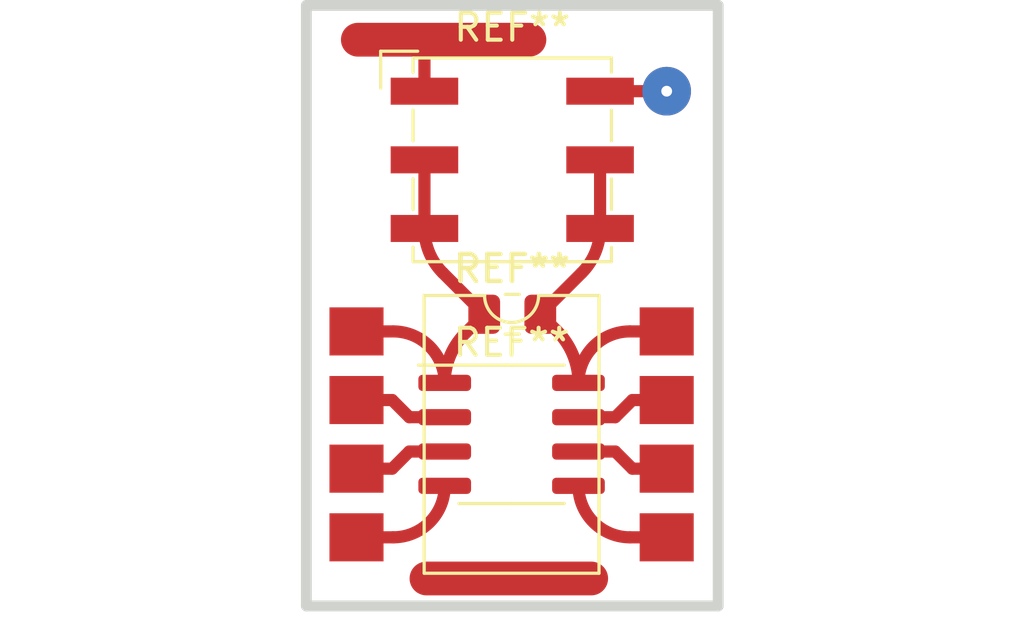
<source format=kicad_pcb>
(kicad_pcb (version 20211014) (generator pcbnew)
  (layers (0 "F.Cu" signal) (31 "B.Cu" signal) (34 "B.Paste" user) (35 "F.Paste" user) (36 "B.SilkS" user "B.Silkscreen") (37 "F.SilkS" user "F.Silkscreen") (38 "B.Mask" user) (39 "F.Mask" user) (44 "Edge.Cuts" user))
  (net 0 "")
  (footprint "Capacitor_SMD:C_0805_2012Metric_Pad1.18x1.45mm_HandSolder" (layer "F.Cu") (at 114.3 70.485)
    (fp_text reference "REF**" (at 0 -1.68) (layer "F.SilkS"))
    (fp_text value "C_0805_2012Metric_Pad1.18x1.45mm_HandSolder")
    (fp_line (start -0.261252 0.735) (end 0.261252 0.735) (layer "F.SilkS") (width 0.12))
    (fp_line (start -0.261252 -0.735) (end 0.261252 -0.735) (layer "F.SilkS") (width 0.12))
    (pad "1" smd roundrect (at -1.0375 0) (size 1.175 1.45) (layers "F.Cu" "F.Paste" "F.Mask") (roundrect_rratio 0.2127659574))
    (pad "2" smd roundrect (at 1.0375 0) (size 1.175 1.45) (layers "F.Cu" "F.Paste" "F.Mask") (roundrect_rratio 0.2127659574))
  )
  (footprint "Button_Switch_SMD:Nidec_Copal_SH-7010A" (layer "F.Cu") (at 114.3 64.77)
    (fp_text reference "REF**" (at 0 -4.9) (layer "F.SilkS"))
    (fp_text value "Nidec_Copal_SH-7010A")
    (fp_line (start 3.67 -3.77) (end 3.67 -3.24) (layer "F.SilkS") (width 0.12))
    (fp_line (start -4.87 -4.02) (end -3.5 -4.02) (layer "F.SilkS") (width 0.12))
    (fp_line (start -3.67 -3.24) (end -3.67 -3.77) (layer "F.SilkS") (width 0.12))
    (fp_line (start 3.67 0.7) (end 3.67 1.84) (layer "F.SilkS") (width 0.12))
    (fp_line (start 3.67 -1.84) (end 3.67 -0.7) (layer "F.SilkS") (width 0.12))
    (fp_line (start -3.67 0.7) (end -3.67 1.84) (layer "F.SilkS") (width 0.12))
    (fp_line (start -4.87 -2.65) (end -4.87 -4.02) (layer "F.SilkS") (width 0.12))
    (fp_line (start -3.67 3.24) (end -3.67 3.77) (layer "F.SilkS") (width 0.12))
    (fp_line (start -3.67 -3.77) (end 3.67 -3.77) (layer "F.SilkS") (width 0.12))
    (fp_line (start -3.67 -1.84) (end -3.67 -0.7) (layer "F.SilkS") (width 0.12))
    (fp_line (start -3.67 3.77) (end 3.67 3.77) (layer "F.SilkS") (width 0.12))
    (fp_line (start 3.67 3.77) (end 3.67 3.24) (layer "F.SilkS") (width 0.12))
    (pad "1" smd rect (at -3.25 -2.54) (size 2.5 1) (layers "F.Cu" "F.Paste" "F.Mask"))
    (pad "2" smd rect (at 3.25 2.54) (size 2.5 1) (layers "F.Cu" "F.Paste" "F.Mask"))
    (pad "4" smd rect (at -3.25 2.54) (size 2.5 1) (layers "F.Cu" "F.Paste" "F.Mask"))
    (pad "8" smd rect (at 3.25 -2.54) (size 2.5 1) (layers "F.Cu" "F.Paste" "F.Mask"))
    (pad "C" smd rect (at -3.25 0) (size 2.5 1) (layers "F.Cu" "F.Paste" "F.Mask"))
    (pad "C" smd rect (at 3.25 0) (size 2.5 1) (layers "F.Cu" "F.Paste" "F.Mask"))
  )
  (footprint "Package_DIP:SMDIP-8_W11.48mm" (layer "F.Cu") (at 114.274999 74.930001)
    (fp_text reference "REF**" (at 0 -6.14) (layer "F.SilkS"))
    (fp_text value "SMDIP-8_W11.48mm")
    (fp_line (start -1 -5.14) (end -3.235 -5.14) (layer "F.SilkS") (width 0.12))
    (fp_line (start 3.235 5.14) (end 3.235 -5.14) (layer "F.SilkS") (width 0.12))
    (fp_line (start 3.235 -5.14) (end 1 -5.14) (layer "F.SilkS") (width 0.12))
    (fp_line (start -3.235 -5.14) (end -3.235 5.14) (layer "F.SilkS") (width 0.12))
    (fp_line (start -3.235 5.14) (end 3.235 5.14) (layer "F.SilkS") (width 0.12))
    (fp_arc (start 1 -5.14) (mid 0 -4.14) (end -1 -5.14) (layer "F.SilkS") (width 0.12))
    (pad "1" smd rect (at -5.74 -3.81) (size 2 1.78) (layers "F.Cu" "F.Paste" "F.Mask"))
    (pad "2" smd rect (at -5.74 -1.27) (size 2 1.78) (layers "F.Cu" "F.Paste" "F.Mask"))
    (pad "3" smd rect (at -5.74 1.27) (size 2 1.78) (layers "F.Cu" "F.Paste" "F.Mask"))
    (pad "4" smd rect (at -5.74 3.81) (size 2 1.78) (layers "F.Cu" "F.Paste" "F.Mask"))
    (pad "5" smd rect (at 5.74 3.81) (size 2 1.78) (layers "F.Cu" "F.Paste" "F.Mask"))
    (pad "6" smd rect (at 5.74 1.27) (size 2 1.78) (layers "F.Cu" "F.Paste" "F.Mask"))
    (pad "7" smd rect (at 5.74 -1.27) (size 2 1.78) (layers "F.Cu" "F.Paste" "F.Mask"))
    (pad "8" smd rect (at 5.74 -3.81) (size 2 1.78) (layers "F.Cu" "F.Paste" "F.Mask"))
  )
  (footprint "Package_SO:SOIC-8_3.9x4.9mm_P1.27mm" (layer "F.Cu") (at 114.274999 74.930001)
    (fp_text reference "REF**" (at 0 -3.4) (layer "F.SilkS"))
    (fp_text value "SOIC-8_3.9x4.9mm_P1.27mm")
    (fp_line (start 0 2.56) (end -1.95 2.56) (layer "F.SilkS") (width 0.12))
    (fp_line (start 0 -2.56) (end -3.45 -2.56) (layer "F.SilkS") (width 0.12))
    (fp_line (start 0 2.56) (end 1.95 2.56) (layer "F.SilkS") (width 0.12))
    (fp_line (start 0 -2.56) (end 1.95 -2.56) (layer "F.SilkS") (width 0.12))
    (pad "1" smd roundrect (at -2.475 -1.905) (size 1.95 0.6) (layers "F.Cu" "F.Paste" "F.Mask"))
    (pad "2" smd roundrect (at -2.475 -0.635) (size 1.95 0.6) (layers "F.Cu" "F.Paste" "F.Mask"))
    (pad "3" smd roundrect (at -2.475 0.635) (size 1.95 0.6) (layers "F.Cu" "F.Paste" "F.Mask"))
    (pad "4" smd roundrect (at -2.475 1.905) (size 1.95 0.6) (layers "F.Cu" "F.Paste" "F.Mask"))
    (pad "5" smd roundrect (at 2.475 1.905) (size 1.95 0.6) (layers "F.Cu" "F.Paste" "F.Mask"))
    (pad "6" smd roundrect (at 2.475 0.635) (size 1.95 0.6) (layers "F.Cu" "F.Paste" "F.Mask"))
    (pad "7" smd roundrect (at 2.475 -0.635) (size 1.95 0.6) (layers "F.Cu" "F.Paste" "F.Mask"))
    (pad "8" smd roundrect (at 2.475 -1.905) (size 1.95 0.6) (layers "F.Cu" "F.Paste" "F.Mask"))
  )
  (gr_line (start 106.68 59.055) (end 106.68 81.28) (layer "Edge.Cuts") (width 0.4))
  (gr_line (start 106.68 81.28) (end 121.92 81.28) (layer "Edge.Cuts") (width 0.4))
  (gr_line (start 121.92 81.28) (end 121.92 59.055) (layer "Edge.Cuts") (width 0.4))
  (gr_line (start 121.92 59.055) (end 106.68 59.055) (layer "Edge.Cuts") (width 0.4))
  (segment (start 109.894999 71.120001) (end 108.534999 71.120001) (width 0.45) (layer "F.Cu") (net 0))
  (segment (start 109.854999 76.200001) (end 108.534999 76.200001) (width 0.45) (layer "F.Cu") (net 0))
  (segment (start 109.894999 78.740001) (end 108.534999 78.740001) (width 0.45) (layer "F.Cu") (net 0))
  (segment (start 113.2625 70.485) (end 112.561907 71.185593) (width 0.45) (layer "F.Cu") (net 0))
  (segment (start 117.55 62.23) (end 120.015 62.23) (width 0.45) (layer "F.Cu") (net 0))
  (segment (start 111.05 67.31) (end 111.05 64.77) (width 0.45) (layer "F.Cu") (net 0))
  (segment (start 116.86941 68.953091) (end 115.3375 70.485) (width 0.45) (layer "F.Cu") (net 0))
  (segment (start 118.110001 75.565001) (end 118.745001 76.200001) (width 0.45) (layer "F.Cu") (net 0))
  (segment (start 116.749999 74.295001) (end 118.109999 74.295001) (width 0.45) (layer "F.Cu") (net 0))
  (segment (start 118.654999 78.740001) (end 120.014999 78.740001) (width 0.45) (layer "F.Cu") (net 0))
  (segment (start 111.05 60.4) (end 111.125 60.325) (width 0.45) (layer "F.Cu") (net 0))
  (segment (start 111.73059 68.953091) (end 113.2625 70.485) (width 0.45) (layer "F.Cu") (net 0))
  (segment (start 117.55 67.31) (end 117.55 64.77) (width 0.45) (layer "F.Cu") (net 0))
  (segment (start 118.654999 71.120001) (end 120.014999 71.120001) (width 0.45) (layer "F.Cu") (net 0))
  (segment (start 108.585 60.325) (end 114.935 60.325) (width 1.25) (layer "F.Cu") (net 0))
  (segment (start 115.3375 70.485) (end 115.952735 71.100235) (width 0.45) (layer "F.Cu") (net 0))
  (segment (start 109.855 73.66) (end 108.534999 73.660001) (width 0.45) (layer "F.Cu") (net 0))
  (segment (start 111.125 80.264) (end 117.221 80.264) (width 1.25) (layer "F.Cu") (net 0))
  (segment (start 118.745001 76.200001) (end 120.014999 76.200001) (width 0.45) (layer "F.Cu") (net 0))
  (segment (start 116.749999 75.565001) (end 118.110001 75.565001) (width 0.45) (layer "F.Cu") (net 0))
  (segment (start 111.05 62.23) (end 111.05 60.4) (width 0.45) (layer "F.Cu") (net 0))
  (segment (start 118.745 73.66) (end 120.014999 73.660001) (width 0.45) (layer "F.Cu") (net 0))
  (segment (start 110.489999 75.565001) (end 109.854999 76.200001) (width 0.45) (layer "F.Cu") (net 0))
  (segment (start 118.109999 74.295001) (end 118.745 73.66) (width 0.45) (layer "F.Cu") (net 0))
  (segment (start 110.490001 74.295001) (end 109.855 73.66) (width 0.45) (layer "F.Cu") (net 0))
  (segment (start 111.799999 74.295001) (end 110.490001 74.295001) (width 0.45) (layer "F.Cu") (net 0))
  (segment (start 111.799999 75.565001) (end 110.489999 75.565001) (width 0.45) (layer "F.Cu") (net 0))
  (via (at 120.015 62.23) (size 1.8) (drill 0.4) (layers "F.Cu" "B.Cu") (net 0))
  (arc (start 116.749999 73.025001) (mid 117.307961 71.677963) (end 118.654999 71.120001) (width 0.45) (layer "F.Cu") (net 0))
  (arc (start 111.799999 76.835001) (mid 111.242037 78.182039) (end 109.894999 78.740001) (width 0.45) (layer "F.Cu") (net 0))
  (arc (start 109.169999 75.565001) (mid 108.720986 75.750988) (end 108.534999 76.200001) (width 0.25) (layer "F.Cu") (net 0))
  (arc (start 119.379999 74.295001) (mid 119.829012 74.109014) (end 120.014999 73.660001) (width 0.25) (layer "F.Cu") (net 0))
  (arc (start 116.749999 76.835001) (mid 117.307961 78.182039) (end 118.654999 78.740001) (width 0.45) (layer "F.Cu") (net 0))
  (arc (start 112.561907 71.185593) (mid 111.998013 72.02952) (end 111.799999 73.025001) (width 0.45) (layer "F.Cu") (net 0))
  (arc (start 111.05 67.31) (mid 111.22688 68.199234) (end 111.73059 68.953091) (width 0.45) (layer "F.Cu") (net 0))
  (arc (start 109.169999 74.295001) (mid 108.720986 74.109014) (end 108.534999 73.660001) (width 0.25) (layer "F.Cu") (net 0))
  (arc (start 119.379999 75.565001) (mid 119.829012 75.750988) (end 120.014999 76.200001) (width 0.25) (layer "F.Cu") (net 0))
  (arc (start 111.799999 73.025001) (mid 111.242037 71.677963) (end 109.894999 71.120001) (width 0.45) (layer "F.Cu") (net 0))
  (arc (start 117.55 67.31) (mid 117.37312 68.199234) (end 116.86941 68.953091) (width 0.45) (layer "F.Cu") (net 0))
  (arc (start 115.952735 71.100235) (mid 116.542797 71.983325) (end 116.749999 73.025001) (width 0.45) (layer "F.Cu") (net 0))
)
</source>
